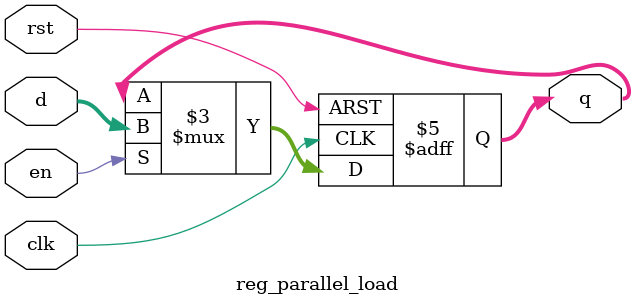
<source format=v>
module reg_parallel_load (
    input clk,
    input rst,            
    input en,            
    input [7:0] d,  
    output reg [7:0] q);

  always @(posedge clk or posedge rst) 
    begin
    if (rst)
        q <= 0;
    else if (en)
        q <= d;          
    else
        q <= q;          
end

endmodule

</source>
